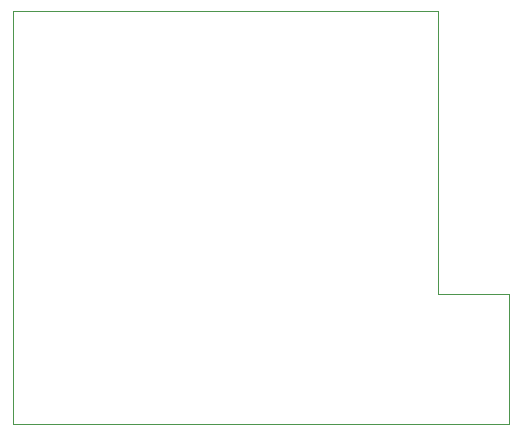
<source format=gbr>
%TF.GenerationSoftware,KiCad,Pcbnew,(6.0.1-0)*%
%TF.CreationDate,2022-01-24T14:51:50+00:00*%
%TF.ProjectId,ASR33,41535233-332e-46b6-9963-61645f706362,1*%
%TF.SameCoordinates,Original*%
%TF.FileFunction,Profile,NP*%
%FSLAX46Y46*%
G04 Gerber Fmt 4.6, Leading zero omitted, Abs format (unit mm)*
G04 Created by KiCad (PCBNEW (6.0.1-0)) date 2022-01-24 14:51:50*
%MOMM*%
%LPD*%
G01*
G04 APERTURE LIST*
%TA.AperFunction,Profile*%
%ADD10C,0.100000*%
%TD*%
G04 APERTURE END LIST*
D10*
X160000000Y-143000000D02*
X160000000Y-132000000D01*
X154000000Y-132000000D02*
X160000000Y-132000000D01*
X118000000Y-143000000D02*
X160000000Y-143000000D01*
X154000000Y-108000000D02*
X154000000Y-132000000D01*
X154000000Y-108000000D02*
X118000000Y-108000000D01*
X118000000Y-108000000D02*
X118000000Y-143000000D01*
M02*

</source>
